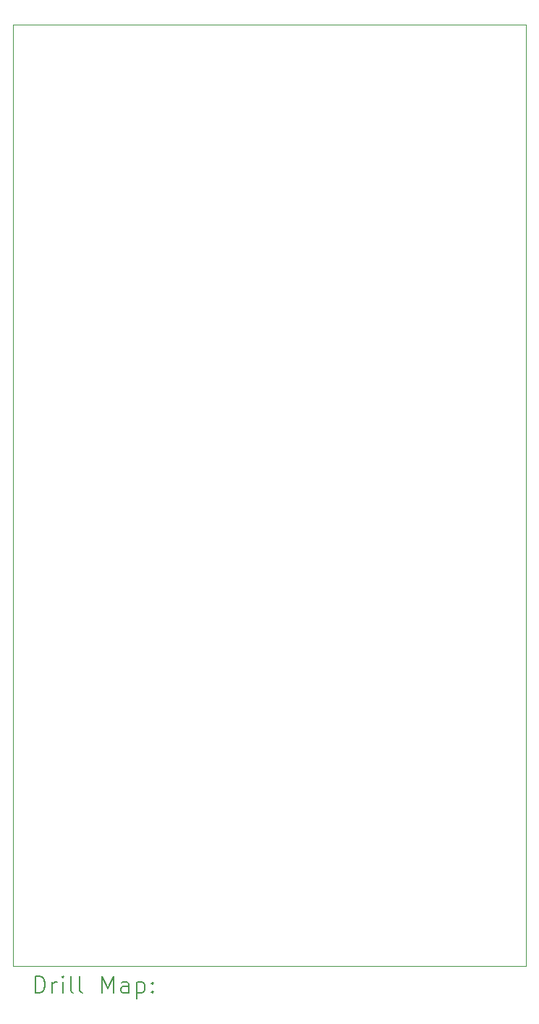
<source format=gbr>
%TF.GenerationSoftware,KiCad,Pcbnew,8.0.5*%
%TF.CreationDate,2024-11-24T11:27:37+01:00*%
%TF.ProjectId,ricochet,7269636f-6368-4657-942e-6b696361645f,rev?*%
%TF.SameCoordinates,Original*%
%TF.FileFunction,Drillmap*%
%TF.FilePolarity,Positive*%
%FSLAX45Y45*%
G04 Gerber Fmt 4.5, Leading zero omitted, Abs format (unit mm)*
G04 Created by KiCad (PCBNEW 8.0.5) date 2024-11-24 11:27:37*
%MOMM*%
%LPD*%
G01*
G04 APERTURE LIST*
%ADD10C,0.100000*%
%ADD11C,0.200000*%
G04 APERTURE END LIST*
D10*
X5000000Y-5000000D02*
X11000000Y-5000000D01*
X11000000Y-16000000D01*
X5000000Y-16000000D01*
X5000000Y-5000000D01*
D11*
X5255777Y-16316484D02*
X5255777Y-16116484D01*
X5255777Y-16116484D02*
X5303396Y-16116484D01*
X5303396Y-16116484D02*
X5331967Y-16126008D01*
X5331967Y-16126008D02*
X5351015Y-16145055D01*
X5351015Y-16145055D02*
X5360539Y-16164103D01*
X5360539Y-16164103D02*
X5370063Y-16202198D01*
X5370063Y-16202198D02*
X5370063Y-16230769D01*
X5370063Y-16230769D02*
X5360539Y-16268865D01*
X5360539Y-16268865D02*
X5351015Y-16287912D01*
X5351015Y-16287912D02*
X5331967Y-16306960D01*
X5331967Y-16306960D02*
X5303396Y-16316484D01*
X5303396Y-16316484D02*
X5255777Y-16316484D01*
X5455777Y-16316484D02*
X5455777Y-16183150D01*
X5455777Y-16221246D02*
X5465301Y-16202198D01*
X5465301Y-16202198D02*
X5474824Y-16192674D01*
X5474824Y-16192674D02*
X5493872Y-16183150D01*
X5493872Y-16183150D02*
X5512920Y-16183150D01*
X5579586Y-16316484D02*
X5579586Y-16183150D01*
X5579586Y-16116484D02*
X5570063Y-16126008D01*
X5570063Y-16126008D02*
X5579586Y-16135531D01*
X5579586Y-16135531D02*
X5589110Y-16126008D01*
X5589110Y-16126008D02*
X5579586Y-16116484D01*
X5579586Y-16116484D02*
X5579586Y-16135531D01*
X5703396Y-16316484D02*
X5684348Y-16306960D01*
X5684348Y-16306960D02*
X5674824Y-16287912D01*
X5674824Y-16287912D02*
X5674824Y-16116484D01*
X5808158Y-16316484D02*
X5789110Y-16306960D01*
X5789110Y-16306960D02*
X5779586Y-16287912D01*
X5779586Y-16287912D02*
X5779586Y-16116484D01*
X6036729Y-16316484D02*
X6036729Y-16116484D01*
X6036729Y-16116484D02*
X6103396Y-16259341D01*
X6103396Y-16259341D02*
X6170062Y-16116484D01*
X6170062Y-16116484D02*
X6170062Y-16316484D01*
X6351015Y-16316484D02*
X6351015Y-16211722D01*
X6351015Y-16211722D02*
X6341491Y-16192674D01*
X6341491Y-16192674D02*
X6322443Y-16183150D01*
X6322443Y-16183150D02*
X6284348Y-16183150D01*
X6284348Y-16183150D02*
X6265301Y-16192674D01*
X6351015Y-16306960D02*
X6331967Y-16316484D01*
X6331967Y-16316484D02*
X6284348Y-16316484D01*
X6284348Y-16316484D02*
X6265301Y-16306960D01*
X6265301Y-16306960D02*
X6255777Y-16287912D01*
X6255777Y-16287912D02*
X6255777Y-16268865D01*
X6255777Y-16268865D02*
X6265301Y-16249817D01*
X6265301Y-16249817D02*
X6284348Y-16240293D01*
X6284348Y-16240293D02*
X6331967Y-16240293D01*
X6331967Y-16240293D02*
X6351015Y-16230769D01*
X6446253Y-16183150D02*
X6446253Y-16383150D01*
X6446253Y-16192674D02*
X6465301Y-16183150D01*
X6465301Y-16183150D02*
X6503396Y-16183150D01*
X6503396Y-16183150D02*
X6522443Y-16192674D01*
X6522443Y-16192674D02*
X6531967Y-16202198D01*
X6531967Y-16202198D02*
X6541491Y-16221246D01*
X6541491Y-16221246D02*
X6541491Y-16278388D01*
X6541491Y-16278388D02*
X6531967Y-16297436D01*
X6531967Y-16297436D02*
X6522443Y-16306960D01*
X6522443Y-16306960D02*
X6503396Y-16316484D01*
X6503396Y-16316484D02*
X6465301Y-16316484D01*
X6465301Y-16316484D02*
X6446253Y-16306960D01*
X6627205Y-16297436D02*
X6636729Y-16306960D01*
X6636729Y-16306960D02*
X6627205Y-16316484D01*
X6627205Y-16316484D02*
X6617682Y-16306960D01*
X6617682Y-16306960D02*
X6627205Y-16297436D01*
X6627205Y-16297436D02*
X6627205Y-16316484D01*
X6627205Y-16192674D02*
X6636729Y-16202198D01*
X6636729Y-16202198D02*
X6627205Y-16211722D01*
X6627205Y-16211722D02*
X6617682Y-16202198D01*
X6617682Y-16202198D02*
X6627205Y-16192674D01*
X6627205Y-16192674D02*
X6627205Y-16211722D01*
M02*

</source>
